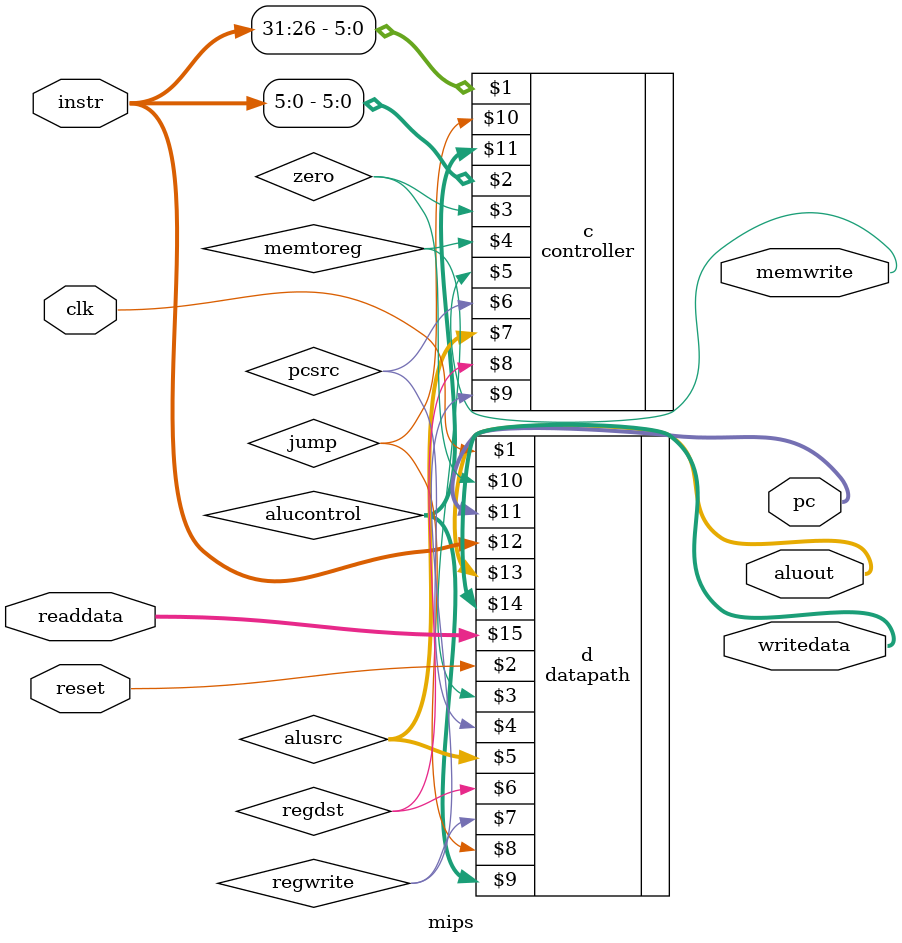
<source format=sv>
`timescale 1ns / 1ps


module mips(
    input logic clk, reset,
    output logic [31:0] pc,
    input logic [31:0] instr,
    output logic memwrite,
    output logic [31:0] aluout, writedata,
    input logic [31:0] readdata
    );

    logic memtoreg;
    logic [1:0] alusrc;
    logic regdst, regwrite, jump, pcsrc, zero;
    logic [2:0] alucontrol;

    controller c(instr[31:26], instr[5:0], zero, memtoreg, memwrite, pcsrc, alusrc, regdst, regwrite, jump, alucontrol);
    datapath d(clk, reset, memtoreg, pcsrc, alusrc, regdst, regwrite, jump, alucontrol, zero, pc, instr, aluout, writedata, readdata);

endmodule

</source>
